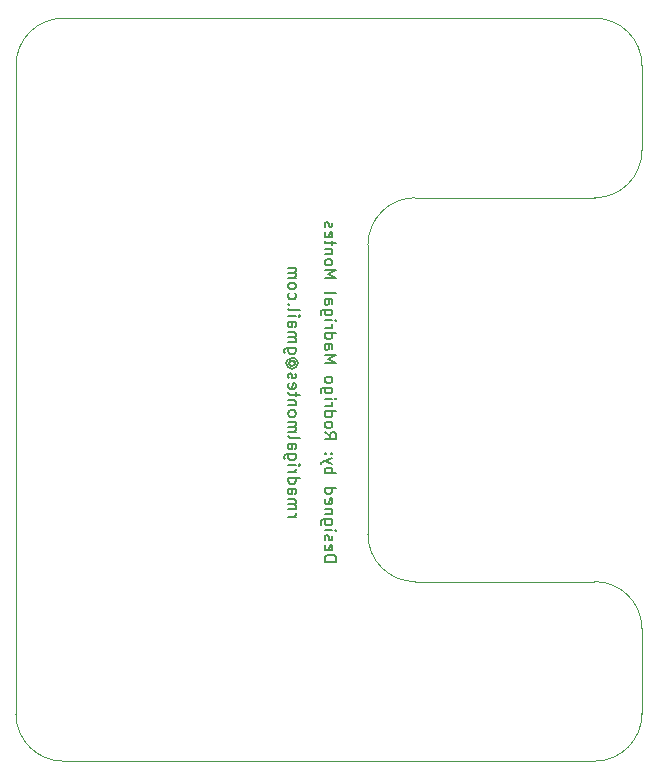
<source format=gbo>
G04 #@! TF.GenerationSoftware,KiCad,Pcbnew,9.0.3*
G04 #@! TF.CreationDate,2025-08-14T23:55:57-06:00*
G04 #@! TF.ProjectId,ProtoboardSourcePCB,50726f74-6f62-46f6-9172-64536f757263,rev?*
G04 #@! TF.SameCoordinates,Original*
G04 #@! TF.FileFunction,Legend,Bot*
G04 #@! TF.FilePolarity,Positive*
%FSLAX46Y46*%
G04 Gerber Fmt 4.6, Leading zero omitted, Abs format (unit mm)*
G04 Created by KiCad (PCBNEW 9.0.3) date 2025-08-14 23:55:57*
%MOMM*%
%LPD*%
G01*
G04 APERTURE LIST*
%ADD10C,0.150000*%
%ADD11C,3.200000*%
%ADD12C,12.000000*%
%ADD13R,1.700000X1.700000*%
%ADD14C,1.700000*%
G04 #@! TA.AperFunction,Profile*
%ADD15C,0.050000*%
G04 #@! TD*
G04 APERTURE END LIST*
D10*
X136330180Y-85813220D02*
X137330180Y-85813220D01*
X137330180Y-85813220D02*
X137330180Y-85575125D01*
X137330180Y-85575125D02*
X137282561Y-85432268D01*
X137282561Y-85432268D02*
X137187323Y-85337030D01*
X137187323Y-85337030D02*
X137092085Y-85289411D01*
X137092085Y-85289411D02*
X136901609Y-85241792D01*
X136901609Y-85241792D02*
X136758752Y-85241792D01*
X136758752Y-85241792D02*
X136568276Y-85289411D01*
X136568276Y-85289411D02*
X136473038Y-85337030D01*
X136473038Y-85337030D02*
X136377800Y-85432268D01*
X136377800Y-85432268D02*
X136330180Y-85575125D01*
X136330180Y-85575125D02*
X136330180Y-85813220D01*
X136377800Y-84432268D02*
X136330180Y-84527506D01*
X136330180Y-84527506D02*
X136330180Y-84717982D01*
X136330180Y-84717982D02*
X136377800Y-84813220D01*
X136377800Y-84813220D02*
X136473038Y-84860839D01*
X136473038Y-84860839D02*
X136853990Y-84860839D01*
X136853990Y-84860839D02*
X136949228Y-84813220D01*
X136949228Y-84813220D02*
X136996847Y-84717982D01*
X136996847Y-84717982D02*
X136996847Y-84527506D01*
X136996847Y-84527506D02*
X136949228Y-84432268D01*
X136949228Y-84432268D02*
X136853990Y-84384649D01*
X136853990Y-84384649D02*
X136758752Y-84384649D01*
X136758752Y-84384649D02*
X136663514Y-84860839D01*
X136377800Y-84003696D02*
X136330180Y-83908458D01*
X136330180Y-83908458D02*
X136330180Y-83717982D01*
X136330180Y-83717982D02*
X136377800Y-83622744D01*
X136377800Y-83622744D02*
X136473038Y-83575125D01*
X136473038Y-83575125D02*
X136520657Y-83575125D01*
X136520657Y-83575125D02*
X136615895Y-83622744D01*
X136615895Y-83622744D02*
X136663514Y-83717982D01*
X136663514Y-83717982D02*
X136663514Y-83860839D01*
X136663514Y-83860839D02*
X136711133Y-83956077D01*
X136711133Y-83956077D02*
X136806371Y-84003696D01*
X136806371Y-84003696D02*
X136853990Y-84003696D01*
X136853990Y-84003696D02*
X136949228Y-83956077D01*
X136949228Y-83956077D02*
X136996847Y-83860839D01*
X136996847Y-83860839D02*
X136996847Y-83717982D01*
X136996847Y-83717982D02*
X136949228Y-83622744D01*
X136330180Y-83146553D02*
X136996847Y-83146553D01*
X137330180Y-83146553D02*
X137282561Y-83194172D01*
X137282561Y-83194172D02*
X137234942Y-83146553D01*
X137234942Y-83146553D02*
X137282561Y-83098934D01*
X137282561Y-83098934D02*
X137330180Y-83146553D01*
X137330180Y-83146553D02*
X137234942Y-83146553D01*
X136996847Y-82241792D02*
X136187323Y-82241792D01*
X136187323Y-82241792D02*
X136092085Y-82289411D01*
X136092085Y-82289411D02*
X136044466Y-82337030D01*
X136044466Y-82337030D02*
X135996847Y-82432268D01*
X135996847Y-82432268D02*
X135996847Y-82575125D01*
X135996847Y-82575125D02*
X136044466Y-82670363D01*
X136377800Y-82241792D02*
X136330180Y-82337030D01*
X136330180Y-82337030D02*
X136330180Y-82527506D01*
X136330180Y-82527506D02*
X136377800Y-82622744D01*
X136377800Y-82622744D02*
X136425419Y-82670363D01*
X136425419Y-82670363D02*
X136520657Y-82717982D01*
X136520657Y-82717982D02*
X136806371Y-82717982D01*
X136806371Y-82717982D02*
X136901609Y-82670363D01*
X136901609Y-82670363D02*
X136949228Y-82622744D01*
X136949228Y-82622744D02*
X136996847Y-82527506D01*
X136996847Y-82527506D02*
X136996847Y-82337030D01*
X136996847Y-82337030D02*
X136949228Y-82241792D01*
X136996847Y-81765601D02*
X136330180Y-81765601D01*
X136901609Y-81765601D02*
X136949228Y-81717982D01*
X136949228Y-81717982D02*
X136996847Y-81622744D01*
X136996847Y-81622744D02*
X136996847Y-81479887D01*
X136996847Y-81479887D02*
X136949228Y-81384649D01*
X136949228Y-81384649D02*
X136853990Y-81337030D01*
X136853990Y-81337030D02*
X136330180Y-81337030D01*
X136377800Y-80479887D02*
X136330180Y-80575125D01*
X136330180Y-80575125D02*
X136330180Y-80765601D01*
X136330180Y-80765601D02*
X136377800Y-80860839D01*
X136377800Y-80860839D02*
X136473038Y-80908458D01*
X136473038Y-80908458D02*
X136853990Y-80908458D01*
X136853990Y-80908458D02*
X136949228Y-80860839D01*
X136949228Y-80860839D02*
X136996847Y-80765601D01*
X136996847Y-80765601D02*
X136996847Y-80575125D01*
X136996847Y-80575125D02*
X136949228Y-80479887D01*
X136949228Y-80479887D02*
X136853990Y-80432268D01*
X136853990Y-80432268D02*
X136758752Y-80432268D01*
X136758752Y-80432268D02*
X136663514Y-80908458D01*
X136330180Y-79575125D02*
X137330180Y-79575125D01*
X136377800Y-79575125D02*
X136330180Y-79670363D01*
X136330180Y-79670363D02*
X136330180Y-79860839D01*
X136330180Y-79860839D02*
X136377800Y-79956077D01*
X136377800Y-79956077D02*
X136425419Y-80003696D01*
X136425419Y-80003696D02*
X136520657Y-80051315D01*
X136520657Y-80051315D02*
X136806371Y-80051315D01*
X136806371Y-80051315D02*
X136901609Y-80003696D01*
X136901609Y-80003696D02*
X136949228Y-79956077D01*
X136949228Y-79956077D02*
X136996847Y-79860839D01*
X136996847Y-79860839D02*
X136996847Y-79670363D01*
X136996847Y-79670363D02*
X136949228Y-79575125D01*
X136330180Y-78337029D02*
X137330180Y-78337029D01*
X136949228Y-78337029D02*
X136996847Y-78241791D01*
X136996847Y-78241791D02*
X136996847Y-78051315D01*
X136996847Y-78051315D02*
X136949228Y-77956077D01*
X136949228Y-77956077D02*
X136901609Y-77908458D01*
X136901609Y-77908458D02*
X136806371Y-77860839D01*
X136806371Y-77860839D02*
X136520657Y-77860839D01*
X136520657Y-77860839D02*
X136425419Y-77908458D01*
X136425419Y-77908458D02*
X136377800Y-77956077D01*
X136377800Y-77956077D02*
X136330180Y-78051315D01*
X136330180Y-78051315D02*
X136330180Y-78241791D01*
X136330180Y-78241791D02*
X136377800Y-78337029D01*
X136996847Y-77527505D02*
X136330180Y-77289410D01*
X136996847Y-77051315D02*
X136330180Y-77289410D01*
X136330180Y-77289410D02*
X136092085Y-77384648D01*
X136092085Y-77384648D02*
X136044466Y-77432267D01*
X136044466Y-77432267D02*
X135996847Y-77527505D01*
X136425419Y-76670362D02*
X136377800Y-76622743D01*
X136377800Y-76622743D02*
X136330180Y-76670362D01*
X136330180Y-76670362D02*
X136377800Y-76717981D01*
X136377800Y-76717981D02*
X136425419Y-76670362D01*
X136425419Y-76670362D02*
X136330180Y-76670362D01*
X136949228Y-76670362D02*
X136901609Y-76622743D01*
X136901609Y-76622743D02*
X136853990Y-76670362D01*
X136853990Y-76670362D02*
X136901609Y-76717981D01*
X136901609Y-76717981D02*
X136949228Y-76670362D01*
X136949228Y-76670362D02*
X136853990Y-76670362D01*
X136330180Y-74860839D02*
X136806371Y-75194172D01*
X136330180Y-75432267D02*
X137330180Y-75432267D01*
X137330180Y-75432267D02*
X137330180Y-75051315D01*
X137330180Y-75051315D02*
X137282561Y-74956077D01*
X137282561Y-74956077D02*
X137234942Y-74908458D01*
X137234942Y-74908458D02*
X137139704Y-74860839D01*
X137139704Y-74860839D02*
X136996847Y-74860839D01*
X136996847Y-74860839D02*
X136901609Y-74908458D01*
X136901609Y-74908458D02*
X136853990Y-74956077D01*
X136853990Y-74956077D02*
X136806371Y-75051315D01*
X136806371Y-75051315D02*
X136806371Y-75432267D01*
X136330180Y-74289410D02*
X136377800Y-74384648D01*
X136377800Y-74384648D02*
X136425419Y-74432267D01*
X136425419Y-74432267D02*
X136520657Y-74479886D01*
X136520657Y-74479886D02*
X136806371Y-74479886D01*
X136806371Y-74479886D02*
X136901609Y-74432267D01*
X136901609Y-74432267D02*
X136949228Y-74384648D01*
X136949228Y-74384648D02*
X136996847Y-74289410D01*
X136996847Y-74289410D02*
X136996847Y-74146553D01*
X136996847Y-74146553D02*
X136949228Y-74051315D01*
X136949228Y-74051315D02*
X136901609Y-74003696D01*
X136901609Y-74003696D02*
X136806371Y-73956077D01*
X136806371Y-73956077D02*
X136520657Y-73956077D01*
X136520657Y-73956077D02*
X136425419Y-74003696D01*
X136425419Y-74003696D02*
X136377800Y-74051315D01*
X136377800Y-74051315D02*
X136330180Y-74146553D01*
X136330180Y-74146553D02*
X136330180Y-74289410D01*
X136330180Y-73098934D02*
X137330180Y-73098934D01*
X136377800Y-73098934D02*
X136330180Y-73194172D01*
X136330180Y-73194172D02*
X136330180Y-73384648D01*
X136330180Y-73384648D02*
X136377800Y-73479886D01*
X136377800Y-73479886D02*
X136425419Y-73527505D01*
X136425419Y-73527505D02*
X136520657Y-73575124D01*
X136520657Y-73575124D02*
X136806371Y-73575124D01*
X136806371Y-73575124D02*
X136901609Y-73527505D01*
X136901609Y-73527505D02*
X136949228Y-73479886D01*
X136949228Y-73479886D02*
X136996847Y-73384648D01*
X136996847Y-73384648D02*
X136996847Y-73194172D01*
X136996847Y-73194172D02*
X136949228Y-73098934D01*
X136330180Y-72622743D02*
X136996847Y-72622743D01*
X136806371Y-72622743D02*
X136901609Y-72575124D01*
X136901609Y-72575124D02*
X136949228Y-72527505D01*
X136949228Y-72527505D02*
X136996847Y-72432267D01*
X136996847Y-72432267D02*
X136996847Y-72337029D01*
X136330180Y-72003695D02*
X136996847Y-72003695D01*
X137330180Y-72003695D02*
X137282561Y-72051314D01*
X137282561Y-72051314D02*
X137234942Y-72003695D01*
X137234942Y-72003695D02*
X137282561Y-71956076D01*
X137282561Y-71956076D02*
X137330180Y-72003695D01*
X137330180Y-72003695D02*
X137234942Y-72003695D01*
X136996847Y-71098934D02*
X136187323Y-71098934D01*
X136187323Y-71098934D02*
X136092085Y-71146553D01*
X136092085Y-71146553D02*
X136044466Y-71194172D01*
X136044466Y-71194172D02*
X135996847Y-71289410D01*
X135996847Y-71289410D02*
X135996847Y-71432267D01*
X135996847Y-71432267D02*
X136044466Y-71527505D01*
X136377800Y-71098934D02*
X136330180Y-71194172D01*
X136330180Y-71194172D02*
X136330180Y-71384648D01*
X136330180Y-71384648D02*
X136377800Y-71479886D01*
X136377800Y-71479886D02*
X136425419Y-71527505D01*
X136425419Y-71527505D02*
X136520657Y-71575124D01*
X136520657Y-71575124D02*
X136806371Y-71575124D01*
X136806371Y-71575124D02*
X136901609Y-71527505D01*
X136901609Y-71527505D02*
X136949228Y-71479886D01*
X136949228Y-71479886D02*
X136996847Y-71384648D01*
X136996847Y-71384648D02*
X136996847Y-71194172D01*
X136996847Y-71194172D02*
X136949228Y-71098934D01*
X136330180Y-70479886D02*
X136377800Y-70575124D01*
X136377800Y-70575124D02*
X136425419Y-70622743D01*
X136425419Y-70622743D02*
X136520657Y-70670362D01*
X136520657Y-70670362D02*
X136806371Y-70670362D01*
X136806371Y-70670362D02*
X136901609Y-70622743D01*
X136901609Y-70622743D02*
X136949228Y-70575124D01*
X136949228Y-70575124D02*
X136996847Y-70479886D01*
X136996847Y-70479886D02*
X136996847Y-70337029D01*
X136996847Y-70337029D02*
X136949228Y-70241791D01*
X136949228Y-70241791D02*
X136901609Y-70194172D01*
X136901609Y-70194172D02*
X136806371Y-70146553D01*
X136806371Y-70146553D02*
X136520657Y-70146553D01*
X136520657Y-70146553D02*
X136425419Y-70194172D01*
X136425419Y-70194172D02*
X136377800Y-70241791D01*
X136377800Y-70241791D02*
X136330180Y-70337029D01*
X136330180Y-70337029D02*
X136330180Y-70479886D01*
X136330180Y-68956076D02*
X137330180Y-68956076D01*
X137330180Y-68956076D02*
X136615895Y-68622743D01*
X136615895Y-68622743D02*
X137330180Y-68289410D01*
X137330180Y-68289410D02*
X136330180Y-68289410D01*
X136330180Y-67384648D02*
X136853990Y-67384648D01*
X136853990Y-67384648D02*
X136949228Y-67432267D01*
X136949228Y-67432267D02*
X136996847Y-67527505D01*
X136996847Y-67527505D02*
X136996847Y-67717981D01*
X136996847Y-67717981D02*
X136949228Y-67813219D01*
X136377800Y-67384648D02*
X136330180Y-67479886D01*
X136330180Y-67479886D02*
X136330180Y-67717981D01*
X136330180Y-67717981D02*
X136377800Y-67813219D01*
X136377800Y-67813219D02*
X136473038Y-67860838D01*
X136473038Y-67860838D02*
X136568276Y-67860838D01*
X136568276Y-67860838D02*
X136663514Y-67813219D01*
X136663514Y-67813219D02*
X136711133Y-67717981D01*
X136711133Y-67717981D02*
X136711133Y-67479886D01*
X136711133Y-67479886D02*
X136758752Y-67384648D01*
X136330180Y-66479886D02*
X137330180Y-66479886D01*
X136377800Y-66479886D02*
X136330180Y-66575124D01*
X136330180Y-66575124D02*
X136330180Y-66765600D01*
X136330180Y-66765600D02*
X136377800Y-66860838D01*
X136377800Y-66860838D02*
X136425419Y-66908457D01*
X136425419Y-66908457D02*
X136520657Y-66956076D01*
X136520657Y-66956076D02*
X136806371Y-66956076D01*
X136806371Y-66956076D02*
X136901609Y-66908457D01*
X136901609Y-66908457D02*
X136949228Y-66860838D01*
X136949228Y-66860838D02*
X136996847Y-66765600D01*
X136996847Y-66765600D02*
X136996847Y-66575124D01*
X136996847Y-66575124D02*
X136949228Y-66479886D01*
X136330180Y-66003695D02*
X136996847Y-66003695D01*
X136806371Y-66003695D02*
X136901609Y-65956076D01*
X136901609Y-65956076D02*
X136949228Y-65908457D01*
X136949228Y-65908457D02*
X136996847Y-65813219D01*
X136996847Y-65813219D02*
X136996847Y-65717981D01*
X136330180Y-65384647D02*
X136996847Y-65384647D01*
X137330180Y-65384647D02*
X137282561Y-65432266D01*
X137282561Y-65432266D02*
X137234942Y-65384647D01*
X137234942Y-65384647D02*
X137282561Y-65337028D01*
X137282561Y-65337028D02*
X137330180Y-65384647D01*
X137330180Y-65384647D02*
X137234942Y-65384647D01*
X136996847Y-64479886D02*
X136187323Y-64479886D01*
X136187323Y-64479886D02*
X136092085Y-64527505D01*
X136092085Y-64527505D02*
X136044466Y-64575124D01*
X136044466Y-64575124D02*
X135996847Y-64670362D01*
X135996847Y-64670362D02*
X135996847Y-64813219D01*
X135996847Y-64813219D02*
X136044466Y-64908457D01*
X136377800Y-64479886D02*
X136330180Y-64575124D01*
X136330180Y-64575124D02*
X136330180Y-64765600D01*
X136330180Y-64765600D02*
X136377800Y-64860838D01*
X136377800Y-64860838D02*
X136425419Y-64908457D01*
X136425419Y-64908457D02*
X136520657Y-64956076D01*
X136520657Y-64956076D02*
X136806371Y-64956076D01*
X136806371Y-64956076D02*
X136901609Y-64908457D01*
X136901609Y-64908457D02*
X136949228Y-64860838D01*
X136949228Y-64860838D02*
X136996847Y-64765600D01*
X136996847Y-64765600D02*
X136996847Y-64575124D01*
X136996847Y-64575124D02*
X136949228Y-64479886D01*
X136330180Y-63575124D02*
X136853990Y-63575124D01*
X136853990Y-63575124D02*
X136949228Y-63622743D01*
X136949228Y-63622743D02*
X136996847Y-63717981D01*
X136996847Y-63717981D02*
X136996847Y-63908457D01*
X136996847Y-63908457D02*
X136949228Y-64003695D01*
X136377800Y-63575124D02*
X136330180Y-63670362D01*
X136330180Y-63670362D02*
X136330180Y-63908457D01*
X136330180Y-63908457D02*
X136377800Y-64003695D01*
X136377800Y-64003695D02*
X136473038Y-64051314D01*
X136473038Y-64051314D02*
X136568276Y-64051314D01*
X136568276Y-64051314D02*
X136663514Y-64003695D01*
X136663514Y-64003695D02*
X136711133Y-63908457D01*
X136711133Y-63908457D02*
X136711133Y-63670362D01*
X136711133Y-63670362D02*
X136758752Y-63575124D01*
X136330180Y-62956076D02*
X136377800Y-63051314D01*
X136377800Y-63051314D02*
X136473038Y-63098933D01*
X136473038Y-63098933D02*
X137330180Y-63098933D01*
X136330180Y-61813218D02*
X137330180Y-61813218D01*
X137330180Y-61813218D02*
X136615895Y-61479885D01*
X136615895Y-61479885D02*
X137330180Y-61146552D01*
X137330180Y-61146552D02*
X136330180Y-61146552D01*
X136330180Y-60527504D02*
X136377800Y-60622742D01*
X136377800Y-60622742D02*
X136425419Y-60670361D01*
X136425419Y-60670361D02*
X136520657Y-60717980D01*
X136520657Y-60717980D02*
X136806371Y-60717980D01*
X136806371Y-60717980D02*
X136901609Y-60670361D01*
X136901609Y-60670361D02*
X136949228Y-60622742D01*
X136949228Y-60622742D02*
X136996847Y-60527504D01*
X136996847Y-60527504D02*
X136996847Y-60384647D01*
X136996847Y-60384647D02*
X136949228Y-60289409D01*
X136949228Y-60289409D02*
X136901609Y-60241790D01*
X136901609Y-60241790D02*
X136806371Y-60194171D01*
X136806371Y-60194171D02*
X136520657Y-60194171D01*
X136520657Y-60194171D02*
X136425419Y-60241790D01*
X136425419Y-60241790D02*
X136377800Y-60289409D01*
X136377800Y-60289409D02*
X136330180Y-60384647D01*
X136330180Y-60384647D02*
X136330180Y-60527504D01*
X136996847Y-59765599D02*
X136330180Y-59765599D01*
X136901609Y-59765599D02*
X136949228Y-59717980D01*
X136949228Y-59717980D02*
X136996847Y-59622742D01*
X136996847Y-59622742D02*
X136996847Y-59479885D01*
X136996847Y-59479885D02*
X136949228Y-59384647D01*
X136949228Y-59384647D02*
X136853990Y-59337028D01*
X136853990Y-59337028D02*
X136330180Y-59337028D01*
X136996847Y-59003694D02*
X136996847Y-58622742D01*
X137330180Y-58860837D02*
X136473038Y-58860837D01*
X136473038Y-58860837D02*
X136377800Y-58813218D01*
X136377800Y-58813218D02*
X136330180Y-58717980D01*
X136330180Y-58717980D02*
X136330180Y-58622742D01*
X136377800Y-57908456D02*
X136330180Y-58003694D01*
X136330180Y-58003694D02*
X136330180Y-58194170D01*
X136330180Y-58194170D02*
X136377800Y-58289408D01*
X136377800Y-58289408D02*
X136473038Y-58337027D01*
X136473038Y-58337027D02*
X136853990Y-58337027D01*
X136853990Y-58337027D02*
X136949228Y-58289408D01*
X136949228Y-58289408D02*
X136996847Y-58194170D01*
X136996847Y-58194170D02*
X136996847Y-58003694D01*
X136996847Y-58003694D02*
X136949228Y-57908456D01*
X136949228Y-57908456D02*
X136853990Y-57860837D01*
X136853990Y-57860837D02*
X136758752Y-57860837D01*
X136758752Y-57860837D02*
X136663514Y-58337027D01*
X136377800Y-57479884D02*
X136330180Y-57384646D01*
X136330180Y-57384646D02*
X136330180Y-57194170D01*
X136330180Y-57194170D02*
X136377800Y-57098932D01*
X136377800Y-57098932D02*
X136473038Y-57051313D01*
X136473038Y-57051313D02*
X136520657Y-57051313D01*
X136520657Y-57051313D02*
X136615895Y-57098932D01*
X136615895Y-57098932D02*
X136663514Y-57194170D01*
X136663514Y-57194170D02*
X136663514Y-57337027D01*
X136663514Y-57337027D02*
X136711133Y-57432265D01*
X136711133Y-57432265D02*
X136806371Y-57479884D01*
X136806371Y-57479884D02*
X136853990Y-57479884D01*
X136853990Y-57479884D02*
X136949228Y-57432265D01*
X136949228Y-57432265D02*
X136996847Y-57337027D01*
X136996847Y-57337027D02*
X136996847Y-57194170D01*
X136996847Y-57194170D02*
X136949228Y-57098932D01*
X133230180Y-82013220D02*
X133896847Y-82013220D01*
X133706371Y-82013220D02*
X133801609Y-81965601D01*
X133801609Y-81965601D02*
X133849228Y-81917982D01*
X133849228Y-81917982D02*
X133896847Y-81822744D01*
X133896847Y-81822744D02*
X133896847Y-81727506D01*
X133230180Y-81394172D02*
X133896847Y-81394172D01*
X133801609Y-81394172D02*
X133849228Y-81346553D01*
X133849228Y-81346553D02*
X133896847Y-81251315D01*
X133896847Y-81251315D02*
X133896847Y-81108458D01*
X133896847Y-81108458D02*
X133849228Y-81013220D01*
X133849228Y-81013220D02*
X133753990Y-80965601D01*
X133753990Y-80965601D02*
X133230180Y-80965601D01*
X133753990Y-80965601D02*
X133849228Y-80917982D01*
X133849228Y-80917982D02*
X133896847Y-80822744D01*
X133896847Y-80822744D02*
X133896847Y-80679887D01*
X133896847Y-80679887D02*
X133849228Y-80584648D01*
X133849228Y-80584648D02*
X133753990Y-80537029D01*
X133753990Y-80537029D02*
X133230180Y-80537029D01*
X133230180Y-79632268D02*
X133753990Y-79632268D01*
X133753990Y-79632268D02*
X133849228Y-79679887D01*
X133849228Y-79679887D02*
X133896847Y-79775125D01*
X133896847Y-79775125D02*
X133896847Y-79965601D01*
X133896847Y-79965601D02*
X133849228Y-80060839D01*
X133277800Y-79632268D02*
X133230180Y-79727506D01*
X133230180Y-79727506D02*
X133230180Y-79965601D01*
X133230180Y-79965601D02*
X133277800Y-80060839D01*
X133277800Y-80060839D02*
X133373038Y-80108458D01*
X133373038Y-80108458D02*
X133468276Y-80108458D01*
X133468276Y-80108458D02*
X133563514Y-80060839D01*
X133563514Y-80060839D02*
X133611133Y-79965601D01*
X133611133Y-79965601D02*
X133611133Y-79727506D01*
X133611133Y-79727506D02*
X133658752Y-79632268D01*
X133230180Y-78727506D02*
X134230180Y-78727506D01*
X133277800Y-78727506D02*
X133230180Y-78822744D01*
X133230180Y-78822744D02*
X133230180Y-79013220D01*
X133230180Y-79013220D02*
X133277800Y-79108458D01*
X133277800Y-79108458D02*
X133325419Y-79156077D01*
X133325419Y-79156077D02*
X133420657Y-79203696D01*
X133420657Y-79203696D02*
X133706371Y-79203696D01*
X133706371Y-79203696D02*
X133801609Y-79156077D01*
X133801609Y-79156077D02*
X133849228Y-79108458D01*
X133849228Y-79108458D02*
X133896847Y-79013220D01*
X133896847Y-79013220D02*
X133896847Y-78822744D01*
X133896847Y-78822744D02*
X133849228Y-78727506D01*
X133230180Y-78251315D02*
X133896847Y-78251315D01*
X133706371Y-78251315D02*
X133801609Y-78203696D01*
X133801609Y-78203696D02*
X133849228Y-78156077D01*
X133849228Y-78156077D02*
X133896847Y-78060839D01*
X133896847Y-78060839D02*
X133896847Y-77965601D01*
X133230180Y-77632267D02*
X133896847Y-77632267D01*
X134230180Y-77632267D02*
X134182561Y-77679886D01*
X134182561Y-77679886D02*
X134134942Y-77632267D01*
X134134942Y-77632267D02*
X134182561Y-77584648D01*
X134182561Y-77584648D02*
X134230180Y-77632267D01*
X134230180Y-77632267D02*
X134134942Y-77632267D01*
X133896847Y-76727506D02*
X133087323Y-76727506D01*
X133087323Y-76727506D02*
X132992085Y-76775125D01*
X132992085Y-76775125D02*
X132944466Y-76822744D01*
X132944466Y-76822744D02*
X132896847Y-76917982D01*
X132896847Y-76917982D02*
X132896847Y-77060839D01*
X132896847Y-77060839D02*
X132944466Y-77156077D01*
X133277800Y-76727506D02*
X133230180Y-76822744D01*
X133230180Y-76822744D02*
X133230180Y-77013220D01*
X133230180Y-77013220D02*
X133277800Y-77108458D01*
X133277800Y-77108458D02*
X133325419Y-77156077D01*
X133325419Y-77156077D02*
X133420657Y-77203696D01*
X133420657Y-77203696D02*
X133706371Y-77203696D01*
X133706371Y-77203696D02*
X133801609Y-77156077D01*
X133801609Y-77156077D02*
X133849228Y-77108458D01*
X133849228Y-77108458D02*
X133896847Y-77013220D01*
X133896847Y-77013220D02*
X133896847Y-76822744D01*
X133896847Y-76822744D02*
X133849228Y-76727506D01*
X133230180Y-75822744D02*
X133753990Y-75822744D01*
X133753990Y-75822744D02*
X133849228Y-75870363D01*
X133849228Y-75870363D02*
X133896847Y-75965601D01*
X133896847Y-75965601D02*
X133896847Y-76156077D01*
X133896847Y-76156077D02*
X133849228Y-76251315D01*
X133277800Y-75822744D02*
X133230180Y-75917982D01*
X133230180Y-75917982D02*
X133230180Y-76156077D01*
X133230180Y-76156077D02*
X133277800Y-76251315D01*
X133277800Y-76251315D02*
X133373038Y-76298934D01*
X133373038Y-76298934D02*
X133468276Y-76298934D01*
X133468276Y-76298934D02*
X133563514Y-76251315D01*
X133563514Y-76251315D02*
X133611133Y-76156077D01*
X133611133Y-76156077D02*
X133611133Y-75917982D01*
X133611133Y-75917982D02*
X133658752Y-75822744D01*
X133230180Y-75203696D02*
X133277800Y-75298934D01*
X133277800Y-75298934D02*
X133373038Y-75346553D01*
X133373038Y-75346553D02*
X134230180Y-75346553D01*
X133230180Y-74822743D02*
X133896847Y-74822743D01*
X133801609Y-74822743D02*
X133849228Y-74775124D01*
X133849228Y-74775124D02*
X133896847Y-74679886D01*
X133896847Y-74679886D02*
X133896847Y-74537029D01*
X133896847Y-74537029D02*
X133849228Y-74441791D01*
X133849228Y-74441791D02*
X133753990Y-74394172D01*
X133753990Y-74394172D02*
X133230180Y-74394172D01*
X133753990Y-74394172D02*
X133849228Y-74346553D01*
X133849228Y-74346553D02*
X133896847Y-74251315D01*
X133896847Y-74251315D02*
X133896847Y-74108458D01*
X133896847Y-74108458D02*
X133849228Y-74013219D01*
X133849228Y-74013219D02*
X133753990Y-73965600D01*
X133753990Y-73965600D02*
X133230180Y-73965600D01*
X133230180Y-73346553D02*
X133277800Y-73441791D01*
X133277800Y-73441791D02*
X133325419Y-73489410D01*
X133325419Y-73489410D02*
X133420657Y-73537029D01*
X133420657Y-73537029D02*
X133706371Y-73537029D01*
X133706371Y-73537029D02*
X133801609Y-73489410D01*
X133801609Y-73489410D02*
X133849228Y-73441791D01*
X133849228Y-73441791D02*
X133896847Y-73346553D01*
X133896847Y-73346553D02*
X133896847Y-73203696D01*
X133896847Y-73203696D02*
X133849228Y-73108458D01*
X133849228Y-73108458D02*
X133801609Y-73060839D01*
X133801609Y-73060839D02*
X133706371Y-73013220D01*
X133706371Y-73013220D02*
X133420657Y-73013220D01*
X133420657Y-73013220D02*
X133325419Y-73060839D01*
X133325419Y-73060839D02*
X133277800Y-73108458D01*
X133277800Y-73108458D02*
X133230180Y-73203696D01*
X133230180Y-73203696D02*
X133230180Y-73346553D01*
X133896847Y-72584648D02*
X133230180Y-72584648D01*
X133801609Y-72584648D02*
X133849228Y-72537029D01*
X133849228Y-72537029D02*
X133896847Y-72441791D01*
X133896847Y-72441791D02*
X133896847Y-72298934D01*
X133896847Y-72298934D02*
X133849228Y-72203696D01*
X133849228Y-72203696D02*
X133753990Y-72156077D01*
X133753990Y-72156077D02*
X133230180Y-72156077D01*
X133896847Y-71822743D02*
X133896847Y-71441791D01*
X134230180Y-71679886D02*
X133373038Y-71679886D01*
X133373038Y-71679886D02*
X133277800Y-71632267D01*
X133277800Y-71632267D02*
X133230180Y-71537029D01*
X133230180Y-71537029D02*
X133230180Y-71441791D01*
X133277800Y-70727505D02*
X133230180Y-70822743D01*
X133230180Y-70822743D02*
X133230180Y-71013219D01*
X133230180Y-71013219D02*
X133277800Y-71108457D01*
X133277800Y-71108457D02*
X133373038Y-71156076D01*
X133373038Y-71156076D02*
X133753990Y-71156076D01*
X133753990Y-71156076D02*
X133849228Y-71108457D01*
X133849228Y-71108457D02*
X133896847Y-71013219D01*
X133896847Y-71013219D02*
X133896847Y-70822743D01*
X133896847Y-70822743D02*
X133849228Y-70727505D01*
X133849228Y-70727505D02*
X133753990Y-70679886D01*
X133753990Y-70679886D02*
X133658752Y-70679886D01*
X133658752Y-70679886D02*
X133563514Y-71156076D01*
X133277800Y-70298933D02*
X133230180Y-70203695D01*
X133230180Y-70203695D02*
X133230180Y-70013219D01*
X133230180Y-70013219D02*
X133277800Y-69917981D01*
X133277800Y-69917981D02*
X133373038Y-69870362D01*
X133373038Y-69870362D02*
X133420657Y-69870362D01*
X133420657Y-69870362D02*
X133515895Y-69917981D01*
X133515895Y-69917981D02*
X133563514Y-70013219D01*
X133563514Y-70013219D02*
X133563514Y-70156076D01*
X133563514Y-70156076D02*
X133611133Y-70251314D01*
X133611133Y-70251314D02*
X133706371Y-70298933D01*
X133706371Y-70298933D02*
X133753990Y-70298933D01*
X133753990Y-70298933D02*
X133849228Y-70251314D01*
X133849228Y-70251314D02*
X133896847Y-70156076D01*
X133896847Y-70156076D02*
X133896847Y-70013219D01*
X133896847Y-70013219D02*
X133849228Y-69917981D01*
X133706371Y-68822743D02*
X133753990Y-68870362D01*
X133753990Y-68870362D02*
X133801609Y-68965600D01*
X133801609Y-68965600D02*
X133801609Y-69060838D01*
X133801609Y-69060838D02*
X133753990Y-69156076D01*
X133753990Y-69156076D02*
X133706371Y-69203695D01*
X133706371Y-69203695D02*
X133611133Y-69251314D01*
X133611133Y-69251314D02*
X133515895Y-69251314D01*
X133515895Y-69251314D02*
X133420657Y-69203695D01*
X133420657Y-69203695D02*
X133373038Y-69156076D01*
X133373038Y-69156076D02*
X133325419Y-69060838D01*
X133325419Y-69060838D02*
X133325419Y-68965600D01*
X133325419Y-68965600D02*
X133373038Y-68870362D01*
X133373038Y-68870362D02*
X133420657Y-68822743D01*
X133801609Y-68822743D02*
X133420657Y-68822743D01*
X133420657Y-68822743D02*
X133373038Y-68775124D01*
X133373038Y-68775124D02*
X133373038Y-68727505D01*
X133373038Y-68727505D02*
X133420657Y-68632266D01*
X133420657Y-68632266D02*
X133515895Y-68584647D01*
X133515895Y-68584647D02*
X133753990Y-68584647D01*
X133753990Y-68584647D02*
X133896847Y-68679886D01*
X133896847Y-68679886D02*
X133992085Y-68822743D01*
X133992085Y-68822743D02*
X134039704Y-69013219D01*
X134039704Y-69013219D02*
X133992085Y-69203695D01*
X133992085Y-69203695D02*
X133896847Y-69346552D01*
X133896847Y-69346552D02*
X133753990Y-69441790D01*
X133753990Y-69441790D02*
X133563514Y-69489409D01*
X133563514Y-69489409D02*
X133373038Y-69441790D01*
X133373038Y-69441790D02*
X133230180Y-69346552D01*
X133230180Y-69346552D02*
X133134942Y-69203695D01*
X133134942Y-69203695D02*
X133087323Y-69013219D01*
X133087323Y-69013219D02*
X133134942Y-68822743D01*
X133134942Y-68822743D02*
X133230180Y-68679886D01*
X133896847Y-67727505D02*
X133087323Y-67727505D01*
X133087323Y-67727505D02*
X132992085Y-67775124D01*
X132992085Y-67775124D02*
X132944466Y-67822743D01*
X132944466Y-67822743D02*
X132896847Y-67917981D01*
X132896847Y-67917981D02*
X132896847Y-68060838D01*
X132896847Y-68060838D02*
X132944466Y-68156076D01*
X133277800Y-67727505D02*
X133230180Y-67822743D01*
X133230180Y-67822743D02*
X133230180Y-68013219D01*
X133230180Y-68013219D02*
X133277800Y-68108457D01*
X133277800Y-68108457D02*
X133325419Y-68156076D01*
X133325419Y-68156076D02*
X133420657Y-68203695D01*
X133420657Y-68203695D02*
X133706371Y-68203695D01*
X133706371Y-68203695D02*
X133801609Y-68156076D01*
X133801609Y-68156076D02*
X133849228Y-68108457D01*
X133849228Y-68108457D02*
X133896847Y-68013219D01*
X133896847Y-68013219D02*
X133896847Y-67822743D01*
X133896847Y-67822743D02*
X133849228Y-67727505D01*
X133230180Y-67251314D02*
X133896847Y-67251314D01*
X133801609Y-67251314D02*
X133849228Y-67203695D01*
X133849228Y-67203695D02*
X133896847Y-67108457D01*
X133896847Y-67108457D02*
X133896847Y-66965600D01*
X133896847Y-66965600D02*
X133849228Y-66870362D01*
X133849228Y-66870362D02*
X133753990Y-66822743D01*
X133753990Y-66822743D02*
X133230180Y-66822743D01*
X133753990Y-66822743D02*
X133849228Y-66775124D01*
X133849228Y-66775124D02*
X133896847Y-66679886D01*
X133896847Y-66679886D02*
X133896847Y-66537029D01*
X133896847Y-66537029D02*
X133849228Y-66441790D01*
X133849228Y-66441790D02*
X133753990Y-66394171D01*
X133753990Y-66394171D02*
X133230180Y-66394171D01*
X133230180Y-65489410D02*
X133753990Y-65489410D01*
X133753990Y-65489410D02*
X133849228Y-65537029D01*
X133849228Y-65537029D02*
X133896847Y-65632267D01*
X133896847Y-65632267D02*
X133896847Y-65822743D01*
X133896847Y-65822743D02*
X133849228Y-65917981D01*
X133277800Y-65489410D02*
X133230180Y-65584648D01*
X133230180Y-65584648D02*
X133230180Y-65822743D01*
X133230180Y-65822743D02*
X133277800Y-65917981D01*
X133277800Y-65917981D02*
X133373038Y-65965600D01*
X133373038Y-65965600D02*
X133468276Y-65965600D01*
X133468276Y-65965600D02*
X133563514Y-65917981D01*
X133563514Y-65917981D02*
X133611133Y-65822743D01*
X133611133Y-65822743D02*
X133611133Y-65584648D01*
X133611133Y-65584648D02*
X133658752Y-65489410D01*
X133230180Y-65013219D02*
X133896847Y-65013219D01*
X134230180Y-65013219D02*
X134182561Y-65060838D01*
X134182561Y-65060838D02*
X134134942Y-65013219D01*
X134134942Y-65013219D02*
X134182561Y-64965600D01*
X134182561Y-64965600D02*
X134230180Y-65013219D01*
X134230180Y-65013219D02*
X134134942Y-65013219D01*
X133230180Y-64394172D02*
X133277800Y-64489410D01*
X133277800Y-64489410D02*
X133373038Y-64537029D01*
X133373038Y-64537029D02*
X134230180Y-64537029D01*
X133325419Y-64013219D02*
X133277800Y-63965600D01*
X133277800Y-63965600D02*
X133230180Y-64013219D01*
X133230180Y-64013219D02*
X133277800Y-64060838D01*
X133277800Y-64060838D02*
X133325419Y-64013219D01*
X133325419Y-64013219D02*
X133230180Y-64013219D01*
X133277800Y-63108458D02*
X133230180Y-63203696D01*
X133230180Y-63203696D02*
X133230180Y-63394172D01*
X133230180Y-63394172D02*
X133277800Y-63489410D01*
X133277800Y-63489410D02*
X133325419Y-63537029D01*
X133325419Y-63537029D02*
X133420657Y-63584648D01*
X133420657Y-63584648D02*
X133706371Y-63584648D01*
X133706371Y-63584648D02*
X133801609Y-63537029D01*
X133801609Y-63537029D02*
X133849228Y-63489410D01*
X133849228Y-63489410D02*
X133896847Y-63394172D01*
X133896847Y-63394172D02*
X133896847Y-63203696D01*
X133896847Y-63203696D02*
X133849228Y-63108458D01*
X133230180Y-62537029D02*
X133277800Y-62632267D01*
X133277800Y-62632267D02*
X133325419Y-62679886D01*
X133325419Y-62679886D02*
X133420657Y-62727505D01*
X133420657Y-62727505D02*
X133706371Y-62727505D01*
X133706371Y-62727505D02*
X133801609Y-62679886D01*
X133801609Y-62679886D02*
X133849228Y-62632267D01*
X133849228Y-62632267D02*
X133896847Y-62537029D01*
X133896847Y-62537029D02*
X133896847Y-62394172D01*
X133896847Y-62394172D02*
X133849228Y-62298934D01*
X133849228Y-62298934D02*
X133801609Y-62251315D01*
X133801609Y-62251315D02*
X133706371Y-62203696D01*
X133706371Y-62203696D02*
X133420657Y-62203696D01*
X133420657Y-62203696D02*
X133325419Y-62251315D01*
X133325419Y-62251315D02*
X133277800Y-62298934D01*
X133277800Y-62298934D02*
X133230180Y-62394172D01*
X133230180Y-62394172D02*
X133230180Y-62537029D01*
X133230180Y-61775124D02*
X133896847Y-61775124D01*
X133801609Y-61775124D02*
X133849228Y-61727505D01*
X133849228Y-61727505D02*
X133896847Y-61632267D01*
X133896847Y-61632267D02*
X133896847Y-61489410D01*
X133896847Y-61489410D02*
X133849228Y-61394172D01*
X133849228Y-61394172D02*
X133753990Y-61346553D01*
X133753990Y-61346553D02*
X133230180Y-61346553D01*
X133753990Y-61346553D02*
X133849228Y-61298934D01*
X133849228Y-61298934D02*
X133896847Y-61203696D01*
X133896847Y-61203696D02*
X133896847Y-61060839D01*
X133896847Y-61060839D02*
X133849228Y-60965600D01*
X133849228Y-60965600D02*
X133753990Y-60917981D01*
X133753990Y-60917981D02*
X133230180Y-60917981D01*
%LPC*%
D11*
X114200000Y-98700000D03*
X114200000Y-43800000D03*
D12*
X131000000Y-93500000D03*
X119900000Y-61000000D03*
D13*
X149000000Y-95000000D03*
D14*
X149000000Y-92460000D03*
X151540000Y-95000000D03*
X151540000Y-92460000D03*
X154080000Y-95000000D03*
X154080000Y-92460000D03*
X156620000Y-95000000D03*
X156620000Y-92460000D03*
X159160000Y-95000000D03*
X159160000Y-92460000D03*
D12*
X131000000Y-49000000D03*
D13*
X149000000Y-50000000D03*
D14*
X149000000Y-47460000D03*
X151540000Y-50000000D03*
X151540000Y-47460000D03*
X154080000Y-50000000D03*
X154080000Y-47460000D03*
X156620000Y-50000000D03*
X156620000Y-47460000D03*
X159160000Y-50000000D03*
X159160000Y-47460000D03*
D12*
X119900000Y-81000000D03*
%LPD*%
D15*
X159200000Y-39800000D02*
G75*
G02*
X163200000Y-43800000I0J-4000000D01*
G01*
X144000000Y-87500000D02*
G75*
G02*
X140000000Y-83500000I0J4000000D01*
G01*
X144000000Y-87500000D02*
X159171573Y-87500000D01*
X163200000Y-51000000D02*
G75*
G02*
X159200000Y-55000000I-4000000J0D01*
G01*
X159171573Y-87500000D02*
G75*
G02*
X163200000Y-91471573I28427J-4000000D01*
G01*
X163200000Y-98671573D02*
G75*
G02*
X159228427Y-102700000I-4000000J-28427D01*
G01*
X110200000Y-43800000D02*
G75*
G02*
X114200000Y-39800000I4000000J0D01*
G01*
X163200000Y-91471575D02*
X163200000Y-98671573D01*
X114228427Y-102699999D02*
X159228427Y-102700000D01*
X144000000Y-55000000D02*
X159200000Y-55000000D01*
X140000000Y-59000000D02*
X140000000Y-83500000D01*
X110200000Y-43800000D02*
X110200000Y-98728427D01*
X114228427Y-102700000D02*
G75*
G02*
X110200000Y-98728427I-28427J4000000D01*
G01*
X163200000Y-43800000D02*
X163200000Y-51000000D01*
X140000000Y-59000000D02*
G75*
G02*
X144000000Y-55000000I4000000J0D01*
G01*
X114200000Y-39800000D02*
X159200000Y-39800000D01*
M02*

</source>
